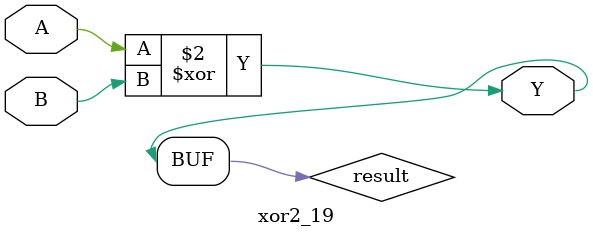
<source format=sv>
module xor2_19 (
    input wire A, B,
    output wire Y
);
    reg result;
    always @(A or B) begin
        result = A ^ B; // 使用寄存器存储中间结果
    end
    assign Y = result; // 将寄存器值传递给输出
endmodule

</source>
